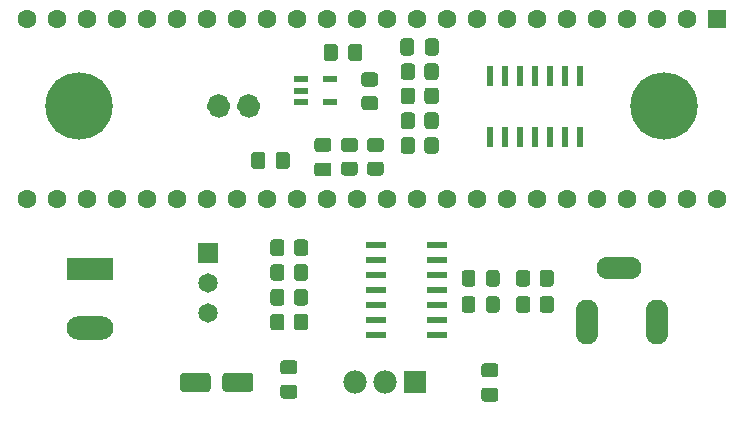
<source format=gbr>
%TF.GenerationSoftware,KiCad,Pcbnew,(5.1.8-0-10_14)*%
%TF.CreationDate,2020-12-27T09:31:58+11:00*%
%TF.ProjectId,Open-JIP(KiCad)_T3.6,4f70656e-2d4a-4495-9028-4b6943616429,rev?*%
%TF.SameCoordinates,Original*%
%TF.FileFunction,Soldermask,Top*%
%TF.FilePolarity,Negative*%
%FSLAX46Y46*%
G04 Gerber Fmt 4.6, Leading zero omitted, Abs format (unit mm)*
G04 Created by KiCad (PCBNEW (5.1.8-0-10_14)) date 2020-12-27 09:31:58*
%MOMM*%
%LPD*%
G01*
G04 APERTURE LIST*
%ADD10C,1.000000*%
%ADD11C,5.700000*%
%ADD12C,1.600000*%
%ADD13R,1.600000X1.600000*%
%ADD14O,1.900000X3.800000*%
%ADD15O,3.800000X1.900000*%
%ADD16R,1.651000X1.651000*%
%ADD17C,1.651000*%
%ADD18R,3.960000X1.980000*%
%ADD19O,3.960000X1.980000*%
%ADD20R,1.701800X0.533400*%
%ADD21R,0.533400X1.701800*%
%ADD22R,1.980000X1.980000*%
%ADD23C,1.980000*%
%ADD24R,1.210000X0.590000*%
G04 APERTURE END LIST*
D10*
%TO.C,D1*%
X147730000Y-82000000D02*
G75*
G03*
X147730000Y-82000000I-500000J0D01*
G01*
X150270000Y-82000000D02*
G75*
G03*
X150270000Y-82000000I-500000J0D01*
G01*
%TD*%
D11*
%TO.C,REF\u002A\u002A*%
X184912000Y-82000000D03*
%TD*%
D12*
%TO.C,U5*%
X148795001Y-74645001D03*
X146255001Y-74645001D03*
X143715001Y-74645001D03*
X141175001Y-74645001D03*
X151335001Y-74645001D03*
X153875001Y-74645001D03*
X156415001Y-74645001D03*
X138635001Y-74645001D03*
X136095001Y-74645001D03*
X133555001Y-74645001D03*
X131015001Y-74645001D03*
X131015001Y-89885001D03*
X133555001Y-89885001D03*
X136095001Y-89885001D03*
X138635001Y-89885001D03*
X141175001Y-89885001D03*
X143715001Y-89885001D03*
X146255001Y-89885001D03*
X148795001Y-89885001D03*
X158955001Y-74645001D03*
X161495001Y-74645001D03*
X164035001Y-74645001D03*
X166575001Y-74645001D03*
X169115001Y-74645001D03*
X171655001Y-74645001D03*
X174195001Y-74645001D03*
X176735001Y-74645001D03*
X179275001Y-74645001D03*
X181815001Y-74645001D03*
X184355001Y-74645001D03*
X186895001Y-74645001D03*
D13*
X189435001Y-74645001D03*
D12*
X151335001Y-89885001D03*
X153875001Y-89885001D03*
X156415001Y-89885001D03*
X158955001Y-89885001D03*
X161495001Y-89885001D03*
X164035001Y-89885001D03*
X166575001Y-89885001D03*
X169115001Y-89885001D03*
X171655001Y-89885001D03*
X174195001Y-89885001D03*
X176735001Y-89885001D03*
X179275001Y-89885001D03*
X181815001Y-89885001D03*
X184355001Y-89885001D03*
X186895001Y-89885001D03*
X189435001Y-89885001D03*
%TD*%
D11*
%TO.C,REF\u002A\u002A*%
X135382000Y-82000000D03*
%TD*%
D14*
%TO.C,J1*%
X178422000Y-100330000D03*
X184352000Y-100330000D03*
D15*
X181102000Y-95680000D03*
%TD*%
%TO.C,R13*%
G36*
G01*
X173606000Y-98355999D02*
X173606000Y-99256001D01*
G75*
G02*
X173356001Y-99506000I-249999J0D01*
G01*
X172655999Y-99506000D01*
G75*
G02*
X172406000Y-99256001I0J249999D01*
G01*
X172406000Y-98355999D01*
G75*
G02*
X172655999Y-98106000I249999J0D01*
G01*
X173356001Y-98106000D01*
G75*
G02*
X173606000Y-98355999I0J-249999D01*
G01*
G37*
G36*
G01*
X175606000Y-98355999D02*
X175606000Y-99256001D01*
G75*
G02*
X175356001Y-99506000I-249999J0D01*
G01*
X174655999Y-99506000D01*
G75*
G02*
X174406000Y-99256001I0J249999D01*
G01*
X174406000Y-98355999D01*
G75*
G02*
X174655999Y-98106000I249999J0D01*
G01*
X175356001Y-98106000D01*
G75*
G02*
X175606000Y-98355999I0J-249999D01*
G01*
G37*
%TD*%
%TO.C,D3*%
G36*
G01*
X169859000Y-99256001D02*
X169859000Y-98355999D01*
G75*
G02*
X170108999Y-98106000I249999J0D01*
G01*
X170759001Y-98106000D01*
G75*
G02*
X171009000Y-98355999I0J-249999D01*
G01*
X171009000Y-99256001D01*
G75*
G02*
X170759001Y-99506000I-249999J0D01*
G01*
X170108999Y-99506000D01*
G75*
G02*
X169859000Y-99256001I0J249999D01*
G01*
G37*
G36*
G01*
X167809000Y-99256001D02*
X167809000Y-98355999D01*
G75*
G02*
X168058999Y-98106000I249999J0D01*
G01*
X168709001Y-98106000D01*
G75*
G02*
X168959000Y-98355999I0J-249999D01*
G01*
X168959000Y-99256001D01*
G75*
G02*
X168709001Y-99506000I-249999J0D01*
G01*
X168058999Y-99506000D01*
G75*
G02*
X167809000Y-99256001I0J249999D01*
G01*
G37*
%TD*%
%TO.C,C1*%
G36*
G01*
X152066500Y-87089000D02*
X152066500Y-86139000D01*
G75*
G02*
X152316500Y-85889000I250000J0D01*
G01*
X152991500Y-85889000D01*
G75*
G02*
X153241500Y-86139000I0J-250000D01*
G01*
X153241500Y-87089000D01*
G75*
G02*
X152991500Y-87339000I-250000J0D01*
G01*
X152316500Y-87339000D01*
G75*
G02*
X152066500Y-87089000I0J250000D01*
G01*
G37*
G36*
G01*
X149991500Y-87089000D02*
X149991500Y-86139000D01*
G75*
G02*
X150241500Y-85889000I250000J0D01*
G01*
X150916500Y-85889000D01*
G75*
G02*
X151166500Y-86139000I0J-250000D01*
G01*
X151166500Y-87089000D01*
G75*
G02*
X150916500Y-87339000I-250000J0D01*
G01*
X150241500Y-87339000D01*
G75*
G02*
X149991500Y-87089000I0J250000D01*
G01*
G37*
%TD*%
%TO.C,C2*%
G36*
G01*
X170655000Y-107035000D02*
X169705000Y-107035000D01*
G75*
G02*
X169455000Y-106785000I0J250000D01*
G01*
X169455000Y-106110000D01*
G75*
G02*
X169705000Y-105860000I250000J0D01*
G01*
X170655000Y-105860000D01*
G75*
G02*
X170905000Y-106110000I0J-250000D01*
G01*
X170905000Y-106785000D01*
G75*
G02*
X170655000Y-107035000I-250000J0D01*
G01*
G37*
G36*
G01*
X170655000Y-104960000D02*
X169705000Y-104960000D01*
G75*
G02*
X169455000Y-104710000I0J250000D01*
G01*
X169455000Y-104035000D01*
G75*
G02*
X169705000Y-103785000I250000J0D01*
G01*
X170655000Y-103785000D01*
G75*
G02*
X170905000Y-104035000I0J-250000D01*
G01*
X170905000Y-104710000D01*
G75*
G02*
X170655000Y-104960000I-250000J0D01*
G01*
G37*
%TD*%
%TO.C,C3*%
G36*
G01*
X162612500Y-77475000D02*
X162612500Y-76525000D01*
G75*
G02*
X162862500Y-76275000I250000J0D01*
G01*
X163537500Y-76275000D01*
G75*
G02*
X163787500Y-76525000I0J-250000D01*
G01*
X163787500Y-77475000D01*
G75*
G02*
X163537500Y-77725000I-250000J0D01*
G01*
X162862500Y-77725000D01*
G75*
G02*
X162612500Y-77475000I0J250000D01*
G01*
G37*
G36*
G01*
X164687500Y-77475000D02*
X164687500Y-76525000D01*
G75*
G02*
X164937500Y-76275000I250000J0D01*
G01*
X165612500Y-76275000D01*
G75*
G02*
X165862500Y-76525000I0J-250000D01*
G01*
X165862500Y-77475000D01*
G75*
G02*
X165612500Y-77725000I-250000J0D01*
G01*
X164937500Y-77725000D01*
G75*
G02*
X164687500Y-77475000I0J250000D01*
G01*
G37*
%TD*%
%TO.C,C4*%
G36*
G01*
X152687000Y-105606000D02*
X153637000Y-105606000D01*
G75*
G02*
X153887000Y-105856000I0J-250000D01*
G01*
X153887000Y-106531000D01*
G75*
G02*
X153637000Y-106781000I-250000J0D01*
G01*
X152687000Y-106781000D01*
G75*
G02*
X152437000Y-106531000I0J250000D01*
G01*
X152437000Y-105856000D01*
G75*
G02*
X152687000Y-105606000I250000J0D01*
G01*
G37*
G36*
G01*
X152687000Y-103531000D02*
X153637000Y-103531000D01*
G75*
G02*
X153887000Y-103781000I0J-250000D01*
G01*
X153887000Y-104456000D01*
G75*
G02*
X153637000Y-104706000I-250000J0D01*
G01*
X152687000Y-104706000D01*
G75*
G02*
X152437000Y-104456000I0J250000D01*
G01*
X152437000Y-103781000D01*
G75*
G02*
X152687000Y-103531000I250000J0D01*
G01*
G37*
%TD*%
%TO.C,C5*%
G36*
G01*
X156525000Y-85887500D02*
X155575000Y-85887500D01*
G75*
G02*
X155325000Y-85637500I0J250000D01*
G01*
X155325000Y-84962500D01*
G75*
G02*
X155575000Y-84712500I250000J0D01*
G01*
X156525000Y-84712500D01*
G75*
G02*
X156775000Y-84962500I0J-250000D01*
G01*
X156775000Y-85637500D01*
G75*
G02*
X156525000Y-85887500I-250000J0D01*
G01*
G37*
G36*
G01*
X156525000Y-87962500D02*
X155575000Y-87962500D01*
G75*
G02*
X155325000Y-87712500I0J250000D01*
G01*
X155325000Y-87037500D01*
G75*
G02*
X155575000Y-86787500I250000J0D01*
G01*
X156525000Y-86787500D01*
G75*
G02*
X156775000Y-87037500I0J-250000D01*
G01*
X156775000Y-87712500D01*
G75*
G02*
X156525000Y-87962500I-250000J0D01*
G01*
G37*
%TD*%
%TO.C,C6*%
G36*
G01*
X159380500Y-76995000D02*
X159380500Y-77945000D01*
G75*
G02*
X159130500Y-78195000I-250000J0D01*
G01*
X158455500Y-78195000D01*
G75*
G02*
X158205500Y-77945000I0J250000D01*
G01*
X158205500Y-76995000D01*
G75*
G02*
X158455500Y-76745000I250000J0D01*
G01*
X159130500Y-76745000D01*
G75*
G02*
X159380500Y-76995000I0J-250000D01*
G01*
G37*
G36*
G01*
X157305500Y-76995000D02*
X157305500Y-77945000D01*
G75*
G02*
X157055500Y-78195000I-250000J0D01*
G01*
X156380500Y-78195000D01*
G75*
G02*
X156130500Y-77945000I0J250000D01*
G01*
X156130500Y-76995000D01*
G75*
G02*
X156380500Y-76745000I250000J0D01*
G01*
X157055500Y-76745000D01*
G75*
G02*
X157305500Y-76995000I0J-250000D01*
G01*
G37*
%TD*%
%TO.C,C7*%
G36*
G01*
X143950000Y-105950000D02*
X143950000Y-104850000D01*
G75*
G02*
X144200000Y-104600000I250000J0D01*
G01*
X146300000Y-104600000D01*
G75*
G02*
X146550000Y-104850000I0J-250000D01*
G01*
X146550000Y-105950000D01*
G75*
G02*
X146300000Y-106200000I-250000J0D01*
G01*
X144200000Y-106200000D01*
G75*
G02*
X143950000Y-105950000I0J250000D01*
G01*
G37*
G36*
G01*
X147550000Y-105950000D02*
X147550000Y-104850000D01*
G75*
G02*
X147800000Y-104600000I250000J0D01*
G01*
X149900000Y-104600000D01*
G75*
G02*
X150150000Y-104850000I0J-250000D01*
G01*
X150150000Y-105950000D01*
G75*
G02*
X149900000Y-106200000I-250000J0D01*
G01*
X147800000Y-106200000D01*
G75*
G02*
X147550000Y-105950000I0J250000D01*
G01*
G37*
%TD*%
D16*
%TO.C,CR1*%
X146350000Y-94450000D03*
D17*
X146350000Y-96990000D03*
X146350000Y-99530000D03*
%TD*%
%TO.C,D2*%
G36*
G01*
X167809000Y-97036001D02*
X167809000Y-96135999D01*
G75*
G02*
X168058999Y-95886000I249999J0D01*
G01*
X168709001Y-95886000D01*
G75*
G02*
X168959000Y-96135999I0J-249999D01*
G01*
X168959000Y-97036001D01*
G75*
G02*
X168709001Y-97286000I-249999J0D01*
G01*
X168058999Y-97286000D01*
G75*
G02*
X167809000Y-97036001I0J249999D01*
G01*
G37*
G36*
G01*
X169859000Y-97036001D02*
X169859000Y-96135999D01*
G75*
G02*
X170108999Y-95886000I249999J0D01*
G01*
X170759001Y-95886000D01*
G75*
G02*
X171009000Y-96135999I0J-249999D01*
G01*
X171009000Y-97036001D01*
G75*
G02*
X170759001Y-97286000I-249999J0D01*
G01*
X170108999Y-97286000D01*
G75*
G02*
X169859000Y-97036001I0J249999D01*
G01*
G37*
%TD*%
D18*
%TO.C,J2*%
X136300000Y-95800000D03*
D19*
X136300000Y-100800000D03*
%TD*%
%TO.C,R1*%
G36*
G01*
X160470001Y-82356000D02*
X159569999Y-82356000D01*
G75*
G02*
X159320000Y-82106001I0J249999D01*
G01*
X159320000Y-81405999D01*
G75*
G02*
X159569999Y-81156000I249999J0D01*
G01*
X160470001Y-81156000D01*
G75*
G02*
X160720000Y-81405999I0J-249999D01*
G01*
X160720000Y-82106001D01*
G75*
G02*
X160470001Y-82356000I-249999J0D01*
G01*
G37*
G36*
G01*
X160470001Y-80356000D02*
X159569999Y-80356000D01*
G75*
G02*
X159320000Y-80106001I0J249999D01*
G01*
X159320000Y-79405999D01*
G75*
G02*
X159569999Y-79156000I249999J0D01*
G01*
X160470001Y-79156000D01*
G75*
G02*
X160720000Y-79405999I0J-249999D01*
G01*
X160720000Y-80106001D01*
G75*
G02*
X160470001Y-80356000I-249999J0D01*
G01*
G37*
%TD*%
%TO.C,R2*%
G36*
G01*
X158750001Y-85900000D02*
X157849999Y-85900000D01*
G75*
G02*
X157600000Y-85650001I0J249999D01*
G01*
X157600000Y-84949999D01*
G75*
G02*
X157849999Y-84700000I249999J0D01*
G01*
X158750001Y-84700000D01*
G75*
G02*
X159000000Y-84949999I0J-249999D01*
G01*
X159000000Y-85650001D01*
G75*
G02*
X158750001Y-85900000I-249999J0D01*
G01*
G37*
G36*
G01*
X158750001Y-87900000D02*
X157849999Y-87900000D01*
G75*
G02*
X157600000Y-87650001I0J249999D01*
G01*
X157600000Y-86949999D01*
G75*
G02*
X157849999Y-86700000I249999J0D01*
G01*
X158750001Y-86700000D01*
G75*
G02*
X159000000Y-86949999I0J-249999D01*
G01*
X159000000Y-87650001D01*
G75*
G02*
X158750001Y-87900000I-249999J0D01*
G01*
G37*
%TD*%
%TO.C,R3*%
G36*
G01*
X162650000Y-85800001D02*
X162650000Y-84899999D01*
G75*
G02*
X162899999Y-84650000I249999J0D01*
G01*
X163600001Y-84650000D01*
G75*
G02*
X163850000Y-84899999I0J-249999D01*
G01*
X163850000Y-85800001D01*
G75*
G02*
X163600001Y-86050000I-249999J0D01*
G01*
X162899999Y-86050000D01*
G75*
G02*
X162650000Y-85800001I0J249999D01*
G01*
G37*
G36*
G01*
X164650000Y-85800001D02*
X164650000Y-84899999D01*
G75*
G02*
X164899999Y-84650000I249999J0D01*
G01*
X165600001Y-84650000D01*
G75*
G02*
X165850000Y-84899999I0J-249999D01*
G01*
X165850000Y-85800001D01*
G75*
G02*
X165600001Y-86050000I-249999J0D01*
G01*
X164899999Y-86050000D01*
G75*
G02*
X164650000Y-85800001I0J249999D01*
G01*
G37*
%TD*%
%TO.C,R4*%
G36*
G01*
X153600000Y-100750001D02*
X153600000Y-99849999D01*
G75*
G02*
X153849999Y-99600000I249999J0D01*
G01*
X154550001Y-99600000D01*
G75*
G02*
X154800000Y-99849999I0J-249999D01*
G01*
X154800000Y-100750001D01*
G75*
G02*
X154550001Y-101000000I-249999J0D01*
G01*
X153849999Y-101000000D01*
G75*
G02*
X153600000Y-100750001I0J249999D01*
G01*
G37*
G36*
G01*
X151600000Y-100750001D02*
X151600000Y-99849999D01*
G75*
G02*
X151849999Y-99600000I249999J0D01*
G01*
X152550001Y-99600000D01*
G75*
G02*
X152800000Y-99849999I0J-249999D01*
G01*
X152800000Y-100750001D01*
G75*
G02*
X152550001Y-101000000I-249999J0D01*
G01*
X151849999Y-101000000D01*
G75*
G02*
X151600000Y-100750001I0J249999D01*
G01*
G37*
%TD*%
%TO.C,R5*%
G36*
G01*
X164650000Y-83700001D02*
X164650000Y-82799999D01*
G75*
G02*
X164899999Y-82550000I249999J0D01*
G01*
X165600001Y-82550000D01*
G75*
G02*
X165850000Y-82799999I0J-249999D01*
G01*
X165850000Y-83700001D01*
G75*
G02*
X165600001Y-83950000I-249999J0D01*
G01*
X164899999Y-83950000D01*
G75*
G02*
X164650000Y-83700001I0J249999D01*
G01*
G37*
G36*
G01*
X162650000Y-83700001D02*
X162650000Y-82799999D01*
G75*
G02*
X162899999Y-82550000I249999J0D01*
G01*
X163600001Y-82550000D01*
G75*
G02*
X163850000Y-82799999I0J-249999D01*
G01*
X163850000Y-83700001D01*
G75*
G02*
X163600001Y-83950000I-249999J0D01*
G01*
X162899999Y-83950000D01*
G75*
G02*
X162650000Y-83700001I0J249999D01*
G01*
G37*
%TD*%
%TO.C,R6*%
G36*
G01*
X151600000Y-98650001D02*
X151600000Y-97749999D01*
G75*
G02*
X151849999Y-97500000I249999J0D01*
G01*
X152550001Y-97500000D01*
G75*
G02*
X152800000Y-97749999I0J-249999D01*
G01*
X152800000Y-98650001D01*
G75*
G02*
X152550001Y-98900000I-249999J0D01*
G01*
X151849999Y-98900000D01*
G75*
G02*
X151600000Y-98650001I0J249999D01*
G01*
G37*
G36*
G01*
X153600000Y-98650001D02*
X153600000Y-97749999D01*
G75*
G02*
X153849999Y-97500000I249999J0D01*
G01*
X154550001Y-97500000D01*
G75*
G02*
X154800000Y-97749999I0J-249999D01*
G01*
X154800000Y-98650001D01*
G75*
G02*
X154550001Y-98900000I-249999J0D01*
G01*
X153849999Y-98900000D01*
G75*
G02*
X153600000Y-98650001I0J249999D01*
G01*
G37*
%TD*%
%TO.C,R7*%
G36*
G01*
X160950001Y-87900000D02*
X160049999Y-87900000D01*
G75*
G02*
X159800000Y-87650001I0J249999D01*
G01*
X159800000Y-86949999D01*
G75*
G02*
X160049999Y-86700000I249999J0D01*
G01*
X160950001Y-86700000D01*
G75*
G02*
X161200000Y-86949999I0J-249999D01*
G01*
X161200000Y-87650001D01*
G75*
G02*
X160950001Y-87900000I-249999J0D01*
G01*
G37*
G36*
G01*
X160950001Y-85900000D02*
X160049999Y-85900000D01*
G75*
G02*
X159800000Y-85650001I0J249999D01*
G01*
X159800000Y-84949999D01*
G75*
G02*
X160049999Y-84700000I249999J0D01*
G01*
X160950001Y-84700000D01*
G75*
G02*
X161200000Y-84949999I0J-249999D01*
G01*
X161200000Y-85650001D01*
G75*
G02*
X160950001Y-85900000I-249999J0D01*
G01*
G37*
%TD*%
%TO.C,R8*%
G36*
G01*
X162650000Y-81600001D02*
X162650000Y-80699999D01*
G75*
G02*
X162899999Y-80450000I249999J0D01*
G01*
X163600001Y-80450000D01*
G75*
G02*
X163850000Y-80699999I0J-249999D01*
G01*
X163850000Y-81600001D01*
G75*
G02*
X163600001Y-81850000I-249999J0D01*
G01*
X162899999Y-81850000D01*
G75*
G02*
X162650000Y-81600001I0J249999D01*
G01*
G37*
G36*
G01*
X164650000Y-81600001D02*
X164650000Y-80699999D01*
G75*
G02*
X164899999Y-80450000I249999J0D01*
G01*
X165600001Y-80450000D01*
G75*
G02*
X165850000Y-80699999I0J-249999D01*
G01*
X165850000Y-81600001D01*
G75*
G02*
X165600001Y-81850000I-249999J0D01*
G01*
X164899999Y-81850000D01*
G75*
G02*
X164650000Y-81600001I0J249999D01*
G01*
G37*
%TD*%
%TO.C,R9*%
G36*
G01*
X151600000Y-96550001D02*
X151600000Y-95649999D01*
G75*
G02*
X151849999Y-95400000I249999J0D01*
G01*
X152550001Y-95400000D01*
G75*
G02*
X152800000Y-95649999I0J-249999D01*
G01*
X152800000Y-96550001D01*
G75*
G02*
X152550001Y-96800000I-249999J0D01*
G01*
X151849999Y-96800000D01*
G75*
G02*
X151600000Y-96550001I0J249999D01*
G01*
G37*
G36*
G01*
X153600000Y-96550001D02*
X153600000Y-95649999D01*
G75*
G02*
X153849999Y-95400000I249999J0D01*
G01*
X154550001Y-95400000D01*
G75*
G02*
X154800000Y-95649999I0J-249999D01*
G01*
X154800000Y-96550001D01*
G75*
G02*
X154550001Y-96800000I-249999J0D01*
G01*
X153849999Y-96800000D01*
G75*
G02*
X153600000Y-96550001I0J249999D01*
G01*
G37*
%TD*%
%TO.C,R10*%
G36*
G01*
X164650000Y-79550001D02*
X164650000Y-78649999D01*
G75*
G02*
X164899999Y-78400000I249999J0D01*
G01*
X165600001Y-78400000D01*
G75*
G02*
X165850000Y-78649999I0J-249999D01*
G01*
X165850000Y-79550001D01*
G75*
G02*
X165600001Y-79800000I-249999J0D01*
G01*
X164899999Y-79800000D01*
G75*
G02*
X164650000Y-79550001I0J249999D01*
G01*
G37*
G36*
G01*
X162650000Y-79550001D02*
X162650000Y-78649999D01*
G75*
G02*
X162899999Y-78400000I249999J0D01*
G01*
X163600001Y-78400000D01*
G75*
G02*
X163850000Y-78649999I0J-249999D01*
G01*
X163850000Y-79550001D01*
G75*
G02*
X163600001Y-79800000I-249999J0D01*
G01*
X162899999Y-79800000D01*
G75*
G02*
X162650000Y-79550001I0J249999D01*
G01*
G37*
%TD*%
%TO.C,R11*%
G36*
G01*
X153600000Y-94450001D02*
X153600000Y-93549999D01*
G75*
G02*
X153849999Y-93300000I249999J0D01*
G01*
X154550001Y-93300000D01*
G75*
G02*
X154800000Y-93549999I0J-249999D01*
G01*
X154800000Y-94450001D01*
G75*
G02*
X154550001Y-94700000I-249999J0D01*
G01*
X153849999Y-94700000D01*
G75*
G02*
X153600000Y-94450001I0J249999D01*
G01*
G37*
G36*
G01*
X151600000Y-94450001D02*
X151600000Y-93549999D01*
G75*
G02*
X151849999Y-93300000I249999J0D01*
G01*
X152550001Y-93300000D01*
G75*
G02*
X152800000Y-93549999I0J-249999D01*
G01*
X152800000Y-94450001D01*
G75*
G02*
X152550001Y-94700000I-249999J0D01*
G01*
X151849999Y-94700000D01*
G75*
G02*
X151600000Y-94450001I0J249999D01*
G01*
G37*
%TD*%
%TO.C,R12*%
G36*
G01*
X173606000Y-96135999D02*
X173606000Y-97036001D01*
G75*
G02*
X173356001Y-97286000I-249999J0D01*
G01*
X172655999Y-97286000D01*
G75*
G02*
X172406000Y-97036001I0J249999D01*
G01*
X172406000Y-96135999D01*
G75*
G02*
X172655999Y-95886000I249999J0D01*
G01*
X173356001Y-95886000D01*
G75*
G02*
X173606000Y-96135999I0J-249999D01*
G01*
G37*
G36*
G01*
X175606000Y-96135999D02*
X175606000Y-97036001D01*
G75*
G02*
X175356001Y-97286000I-249999J0D01*
G01*
X174655999Y-97286000D01*
G75*
G02*
X174406000Y-97036001I0J249999D01*
G01*
X174406000Y-96135999D01*
G75*
G02*
X174655999Y-95886000I249999J0D01*
G01*
X175356001Y-95886000D01*
G75*
G02*
X175606000Y-96135999I0J-249999D01*
G01*
G37*
%TD*%
D20*
%TO.C,U1*%
X160559200Y-93740000D03*
X160559200Y-95010000D03*
X160559200Y-96280000D03*
X160559200Y-97550000D03*
X160559200Y-98820000D03*
X160559200Y-100090000D03*
X160559200Y-101360000D03*
X165740800Y-101360000D03*
X165740800Y-100090000D03*
X165740800Y-98820000D03*
X165740800Y-97550000D03*
X165740800Y-96280000D03*
X165740800Y-95010000D03*
X165740800Y-93740000D03*
%TD*%
D21*
%TO.C,U2*%
X177800000Y-84632800D03*
X176530000Y-84632800D03*
X175260000Y-84632800D03*
X173990000Y-84632800D03*
X172720000Y-84632800D03*
X171450000Y-84632800D03*
X170180000Y-84632800D03*
X170180000Y-79451200D03*
X171450000Y-79451200D03*
X172720000Y-79451200D03*
X173990000Y-79451200D03*
X175260000Y-79451200D03*
X176530000Y-79451200D03*
X177800000Y-79451200D03*
%TD*%
D22*
%TO.C,U3*%
X163830000Y-105410000D03*
D23*
X161290000Y-105410000D03*
X158750000Y-105410000D03*
%TD*%
D24*
%TO.C,U4*%
X154178000Y-79756000D03*
X154178000Y-80706000D03*
X154178000Y-81656000D03*
X156688000Y-81656000D03*
X156688000Y-79756000D03*
%TD*%
M02*

</source>
